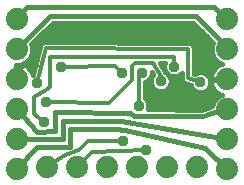
<source format=gbl>
G75*
%MOIN*%
%OFA0B0*%
%FSLAX24Y24*%
%IPPOS*%
%LPD*%
%AMOC8*
5,1,8,0,0,1.08239X$1,22.5*
%
%ADD10C,0.0740*%
%ADD11C,0.0160*%
%ADD12C,0.0120*%
%ADD13C,0.0376*%
D10*
X000940Y000912D03*
X001944Y000995D03*
X002944Y000995D03*
X003944Y000995D03*
X004944Y000995D03*
X005944Y000995D03*
X006944Y000995D03*
X007940Y000912D03*
X007940Y001912D03*
X007940Y002912D03*
X007940Y003912D03*
X007940Y004912D03*
X007940Y005912D03*
X000940Y005912D03*
X000940Y004912D03*
X000940Y003912D03*
X000940Y002912D03*
X000940Y001912D03*
D11*
X002460Y001916D01*
X002460Y002534D01*
X004298Y002523D01*
X004400Y002523D01*
X007940Y001912D01*
X007223Y001629D02*
X007940Y000912D01*
X007223Y001629D02*
X004550Y002231D01*
X004219Y002259D01*
X002711Y002267D01*
X002711Y001672D01*
X001605Y001664D01*
X000940Y000963D01*
X000940Y000912D01*
X001617Y002176D02*
X000940Y002912D01*
X001617Y002176D02*
X002204Y002180D01*
X002204Y002814D01*
X004708Y002810D01*
X004849Y002696D01*
X007141Y002688D01*
X007822Y002912D01*
X007940Y002912D01*
X007480Y003135D02*
X005308Y003135D01*
X005323Y003100D02*
X005273Y003220D01*
X005201Y003293D01*
X005202Y003327D01*
X005199Y003330D01*
X005199Y003830D01*
X005287Y003866D01*
X005379Y003959D01*
X005429Y004079D01*
X005429Y004164D01*
X005485Y004068D01*
X005457Y004039D01*
X005407Y003918D01*
X005407Y003788D01*
X005457Y003667D01*
X005549Y003575D01*
X005670Y003525D01*
X005800Y003525D01*
X005921Y003575D01*
X006013Y003667D01*
X006063Y003788D01*
X006063Y003918D01*
X006013Y004039D01*
X005930Y004123D01*
X005929Y004129D01*
X005890Y004167D01*
X005718Y004465D01*
X005878Y004465D01*
X005856Y004411D01*
X005856Y004280D01*
X005906Y004159D01*
X005998Y004067D01*
X006119Y004017D01*
X006249Y004017D01*
X006370Y004067D01*
X006448Y004145D01*
X006452Y003995D01*
X006436Y003951D01*
X006454Y003916D01*
X006454Y003876D01*
X006488Y003844D01*
X006508Y003802D01*
X006546Y003789D01*
X006574Y003762D01*
X006621Y003763D01*
X006745Y003719D01*
X006780Y003636D01*
X006872Y003544D01*
X006993Y003494D01*
X007123Y003494D01*
X007244Y003544D01*
X007336Y003636D01*
X007386Y003756D01*
X007386Y003887D01*
X007336Y004008D01*
X007244Y004100D01*
X007123Y004150D01*
X006993Y004150D01*
X006872Y004100D01*
X006871Y004099D01*
X006849Y004107D01*
X006829Y004946D01*
X006829Y005026D01*
X006827Y005028D01*
X006827Y005031D01*
X006769Y005087D01*
X006712Y005143D01*
X006709Y005143D01*
X006707Y005146D01*
X006627Y005144D01*
X001920Y005163D01*
X001861Y005177D01*
X001840Y005164D01*
X001815Y005164D01*
X001772Y005121D01*
X001721Y005090D01*
X001715Y005065D01*
X001697Y005047D01*
X001697Y004987D01*
X001485Y004081D01*
X001466Y004073D01*
X001450Y004123D01*
X001410Y004201D01*
X001359Y004271D01*
X001298Y004332D01*
X001228Y004383D01*
X001151Y004422D01*
X001116Y004433D01*
X001229Y004480D01*
X001372Y004623D01*
X001450Y004811D01*
X001450Y005014D01*
X001421Y005083D01*
X002133Y005795D01*
X006821Y005795D01*
X007480Y005136D01*
X007430Y005014D01*
X007430Y004811D01*
X007507Y004623D01*
X007651Y004480D01*
X007764Y004433D01*
X007729Y004422D01*
X007652Y004383D01*
X007582Y004332D01*
X007520Y004271D01*
X007469Y004201D01*
X007430Y004123D01*
X007403Y004041D01*
X007390Y003956D01*
X007390Y003932D01*
X007920Y003932D01*
X007920Y003892D01*
X007390Y003892D01*
X007390Y003869D01*
X007403Y003783D01*
X007430Y003701D01*
X007469Y003624D01*
X007520Y003554D01*
X007582Y003493D01*
X007652Y003442D01*
X007729Y003403D01*
X007764Y003391D01*
X007651Y003345D01*
X007507Y003201D01*
X007430Y003015D01*
X007106Y002908D01*
X005300Y002914D01*
X005323Y002969D01*
X005323Y003100D01*
X005323Y002976D02*
X007313Y002976D01*
X007600Y003293D02*
X005201Y003293D01*
X005199Y003452D02*
X007638Y003452D01*
X007479Y003610D02*
X007311Y003610D01*
X007386Y003769D02*
X007408Y003769D01*
X007369Y003927D02*
X007920Y003927D01*
X007501Y004244D02*
X006846Y004244D01*
X006842Y004403D02*
X007691Y004403D01*
X007569Y004561D02*
X006838Y004561D01*
X006834Y004720D02*
X007468Y004720D01*
X007430Y004878D02*
X006830Y004878D01*
X006821Y005037D02*
X007439Y005037D01*
X007420Y005195D02*
X001534Y005195D01*
X001440Y005037D02*
X001697Y005037D01*
X001671Y004878D02*
X001450Y004878D01*
X001412Y004720D02*
X001634Y004720D01*
X001597Y004561D02*
X001310Y004561D01*
X001188Y004403D02*
X001560Y004403D01*
X001523Y004244D02*
X001378Y004244D01*
X001462Y004086D02*
X001486Y004086D01*
X000960Y004086D02*
X000920Y004086D01*
X000920Y003932D02*
X000920Y004402D01*
X000960Y004402D01*
X000960Y003932D01*
X000920Y003932D01*
X000920Y004244D02*
X000960Y004244D01*
X000940Y004912D02*
X002042Y006015D01*
X006912Y006015D01*
X007940Y004987D01*
X007940Y004912D01*
X007262Y005354D02*
X001693Y005354D01*
X001851Y005512D02*
X007103Y005512D01*
X006945Y005671D02*
X002010Y005671D01*
X001278Y006326D02*
X007526Y006326D01*
X007940Y005912D01*
X005856Y004403D02*
X005753Y004403D01*
X005845Y004244D02*
X005871Y004244D01*
X005966Y004086D02*
X005979Y004086D01*
X006060Y003927D02*
X006448Y003927D01*
X006449Y004086D02*
X006389Y004086D01*
X006567Y003769D02*
X006055Y003769D01*
X005956Y003610D02*
X006805Y003610D01*
X007258Y004086D02*
X007418Y004086D01*
X005475Y004086D02*
X005429Y004086D01*
X005411Y003927D02*
X005348Y003927D01*
X005415Y003769D02*
X005199Y003769D01*
X005199Y003610D02*
X005514Y003610D01*
X001278Y006326D02*
X000940Y005987D01*
X000940Y005912D01*
D12*
X001960Y005412D02*
X001558Y004952D01*
X001558Y004652D01*
X000940Y004149D01*
X000940Y003912D01*
X001621Y003782D02*
X001897Y004963D01*
X006629Y004944D01*
X006652Y003963D01*
X007058Y003822D01*
X006184Y004345D02*
X006180Y004664D01*
X002054Y004668D01*
X002054Y003676D01*
X002030Y003649D01*
X001924Y003574D01*
X001526Y003318D01*
X001526Y002767D01*
X001845Y002511D01*
X001900Y003160D02*
X004026Y003141D01*
X004763Y003889D01*
X004763Y004369D01*
X004869Y004463D01*
X005487Y004463D01*
X005731Y004042D01*
X005735Y003853D01*
X005101Y004145D02*
X004999Y004145D01*
X004999Y003251D01*
X004995Y003141D01*
X004995Y003034D01*
X004428Y004145D02*
X004223Y004349D01*
X002400Y004341D01*
X003322Y001873D02*
X003015Y001554D01*
X002546Y001393D01*
X001987Y001019D01*
X001948Y000991D01*
X001944Y000995D01*
X002944Y000995D02*
X003456Y001507D01*
X005243Y001554D01*
X004483Y001873D02*
X003322Y001873D01*
D13*
X004483Y001873D03*
X005243Y001554D03*
X004995Y003034D03*
X005735Y003853D03*
X006184Y004345D03*
X007058Y003822D03*
X005101Y004145D03*
X004428Y004145D03*
X002400Y004341D03*
X001621Y003782D03*
X001900Y003160D03*
X001845Y002511D03*
X001960Y005412D03*
M02*

</source>
